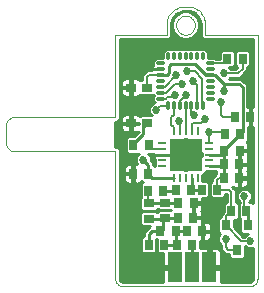
<source format=gtl>
G75*
%MOIN*%
%OFA0B0*%
%FSLAX24Y24*%
%IPPOS*%
%LPD*%
%AMOC8*
5,1,8,0,0,1.08239X$1,22.5*
%
%ADD10C,0.0000*%
%ADD11R,0.1063X0.1063*%
%ADD12R,0.0276X0.0098*%
%ADD13R,0.0098X0.0276*%
%ADD14R,0.0276X0.0354*%
%ADD15R,0.0354X0.0276*%
%ADD16R,0.0343X0.0307*%
%ADD17R,0.0500X0.1000*%
%ADD18R,0.0315X0.0354*%
%ADD19C,0.0118*%
%ADD20C,0.0100*%
%ADD21C,0.0160*%
%ADD22C,0.0270*%
%ADD23C,0.0080*%
D10*
X009958Y013875D02*
X013333Y013875D01*
X013333Y009625D01*
X013335Y009595D01*
X013340Y009565D01*
X013349Y009536D01*
X013362Y009509D01*
X013377Y009483D01*
X013396Y009459D01*
X013417Y009438D01*
X013441Y009419D01*
X013467Y009404D01*
X013494Y009391D01*
X013523Y009382D01*
X013553Y009377D01*
X013583Y009375D01*
X017831Y009375D01*
X017861Y009377D01*
X017891Y009382D01*
X017920Y009391D01*
X017948Y009403D01*
X017973Y009419D01*
X017997Y009437D01*
X018019Y009458D01*
X018038Y009482D01*
X018053Y009508D01*
X018066Y009535D01*
X018075Y009564D01*
X018081Y009594D01*
X018083Y009624D01*
X018083Y017750D01*
X016333Y017750D01*
X016333Y018124D01*
X016333Y018125D02*
X016330Y018170D01*
X016323Y018215D01*
X016313Y018259D01*
X016300Y018303D01*
X016283Y018345D01*
X016263Y018386D01*
X016239Y018425D01*
X016213Y018462D01*
X016184Y018497D01*
X016152Y018529D01*
X016118Y018559D01*
X016082Y018586D01*
X016043Y018611D01*
X016003Y018632D01*
X015961Y018650D01*
X015918Y018664D01*
X015874Y018675D01*
X015829Y018683D01*
X015784Y018687D01*
X015738Y018688D01*
X015739Y018688D02*
X015603Y018688D01*
X015602Y018687D02*
X015555Y018682D01*
X015509Y018672D01*
X015464Y018660D01*
X015420Y018643D01*
X015377Y018624D01*
X015336Y018601D01*
X015297Y018575D01*
X015260Y018546D01*
X015226Y018514D01*
X015194Y018479D01*
X015164Y018442D01*
X015138Y018403D01*
X015115Y018362D01*
X015096Y018319D01*
X015079Y018275D01*
X015067Y018230D01*
X015057Y018184D01*
X015052Y018137D01*
X015050Y018090D01*
X015052Y018043D01*
X015052Y017750D01*
X013333Y017750D01*
X013333Y015000D01*
X009958Y015000D01*
X009928Y014998D01*
X009898Y014993D01*
X009869Y014984D01*
X009842Y014971D01*
X009816Y014956D01*
X009792Y014937D01*
X009771Y014916D01*
X009752Y014892D01*
X009737Y014866D01*
X009724Y014839D01*
X009715Y014810D01*
X009710Y014780D01*
X009708Y014750D01*
X009708Y014125D01*
X009710Y014095D01*
X009715Y014065D01*
X009724Y014036D01*
X009737Y014009D01*
X009752Y013983D01*
X009771Y013959D01*
X009792Y013938D01*
X009816Y013919D01*
X009842Y013904D01*
X009869Y013891D01*
X009898Y013882D01*
X009928Y013877D01*
X009958Y013875D01*
X015370Y018064D02*
X015372Y018099D01*
X015378Y018134D01*
X015388Y018167D01*
X015401Y018200D01*
X015418Y018231D01*
X015438Y018259D01*
X015462Y018285D01*
X015488Y018309D01*
X015516Y018329D01*
X015547Y018346D01*
X015580Y018359D01*
X015613Y018369D01*
X015648Y018375D01*
X015683Y018377D01*
X015718Y018375D01*
X015753Y018369D01*
X015786Y018359D01*
X015819Y018346D01*
X015850Y018329D01*
X015878Y018309D01*
X015904Y018285D01*
X015928Y018259D01*
X015948Y018231D01*
X015965Y018200D01*
X015978Y018167D01*
X015988Y018134D01*
X015994Y018099D01*
X015996Y018064D01*
X015994Y018029D01*
X015988Y017994D01*
X015978Y017961D01*
X015965Y017928D01*
X015948Y017897D01*
X015928Y017869D01*
X015904Y017843D01*
X015878Y017819D01*
X015850Y017799D01*
X015819Y017782D01*
X015786Y017769D01*
X015753Y017759D01*
X015718Y017753D01*
X015683Y017751D01*
X015648Y017753D01*
X015613Y017759D01*
X015580Y017769D01*
X015547Y017782D01*
X015516Y017799D01*
X015488Y017819D01*
X015462Y017843D01*
X015438Y017869D01*
X015418Y017897D01*
X015401Y017928D01*
X015388Y017961D01*
X015378Y017994D01*
X015372Y018029D01*
X015370Y018064D01*
D11*
X015689Y013758D03*
D12*
X016464Y013758D03*
X016464Y013955D03*
X016464Y014152D03*
X016464Y013561D03*
X016464Y013364D03*
X014913Y013364D03*
X014913Y013561D03*
X014913Y013758D03*
X014913Y013955D03*
X014913Y014152D03*
D13*
X015295Y014533D03*
X015492Y014533D03*
X015689Y014533D03*
X015885Y014533D03*
X016082Y014533D03*
X016082Y012982D03*
X015885Y012982D03*
X015689Y012982D03*
X015492Y012982D03*
X015295Y012982D03*
D14*
X015358Y012578D03*
X014942Y012550D03*
X014430Y012550D03*
X014443Y013118D03*
X013931Y013118D03*
X013948Y014077D03*
X014460Y014077D03*
X015870Y012578D03*
X016226Y012583D03*
X015950Y012142D03*
X015933Y011653D03*
X015736Y011195D03*
X015359Y011214D03*
X015421Y011653D03*
X015438Y012142D03*
X014847Y011214D03*
X014969Y010748D03*
X015394Y010745D03*
X015905Y010745D03*
X016248Y011195D03*
X017202Y011875D03*
X017714Y011875D03*
X017469Y012976D03*
X017471Y013438D03*
X017489Y013883D03*
X016977Y013883D03*
X016959Y013438D03*
X016957Y012976D03*
X016738Y012583D03*
X017003Y014451D03*
X017515Y014451D03*
X017327Y015000D03*
X017839Y015000D03*
X017585Y016951D03*
X017074Y016951D03*
X014457Y010748D03*
D15*
X014463Y011617D03*
X014463Y012128D03*
X015006Y012157D03*
X015006Y011645D03*
D16*
X014399Y014797D03*
X013864Y014797D03*
X013864Y015990D03*
X014399Y015990D03*
D17*
X015328Y009993D03*
X015900Y009998D03*
X016468Y009993D03*
D18*
X017395Y010569D03*
X017769Y011396D03*
X017021Y011396D03*
D19*
X016272Y015307D02*
X016272Y015465D01*
X016075Y015465D02*
X016075Y015307D01*
X015879Y015307D02*
X015879Y015465D01*
X015682Y015465D02*
X015682Y015307D01*
X015485Y015307D02*
X015485Y015465D01*
X015288Y015465D02*
X015288Y015307D01*
X015091Y015307D02*
X015091Y015465D01*
X014934Y015622D02*
X014776Y015622D01*
X014776Y015819D02*
X014934Y015819D01*
X014934Y016016D02*
X014776Y016016D01*
X014776Y016213D02*
X014934Y016213D01*
X014934Y016410D02*
X014776Y016410D01*
X014776Y016607D02*
X014934Y016607D01*
X014934Y016803D02*
X014776Y016803D01*
X015091Y016961D02*
X015091Y017119D01*
X015288Y017119D02*
X015288Y016961D01*
X015485Y016961D02*
X015485Y017119D01*
X015682Y017119D02*
X015682Y016961D01*
X015879Y016961D02*
X015879Y017119D01*
X016075Y017119D02*
X016075Y016961D01*
X016272Y016961D02*
X016272Y017119D01*
X016430Y016803D02*
X016588Y016803D01*
X016588Y016607D02*
X016430Y016607D01*
X016430Y016410D02*
X016588Y016410D01*
X016588Y016213D02*
X016430Y016213D01*
X016430Y016016D02*
X016588Y016016D01*
X016588Y015819D02*
X016430Y015819D01*
X016430Y015622D02*
X016588Y015622D01*
D20*
X016958Y015875D02*
X016958Y016125D01*
X017458Y016125D01*
X017583Y016000D01*
X017583Y014500D01*
X017534Y014451D01*
X017515Y014451D01*
X016977Y013913D01*
X016977Y013883D01*
X016852Y013758D01*
X016464Y013758D01*
X016841Y013758D01*
X016958Y013875D01*
X016958Y013500D01*
X016958Y013378D01*
X016959Y013364D02*
X016959Y012978D01*
X016957Y012976D01*
X016709Y013110D02*
X016664Y013065D01*
X016576Y012977D01*
X016576Y012871D01*
X016555Y012871D01*
X016490Y012806D01*
X016490Y012361D01*
X016555Y012296D01*
X016922Y012296D01*
X016986Y012361D01*
X016986Y012433D01*
X017052Y012433D01*
X017052Y012162D01*
X017019Y012162D01*
X016955Y012098D01*
X016955Y011839D01*
X016871Y011755D01*
X016871Y011683D01*
X016818Y011683D01*
X016753Y011619D01*
X016753Y011173D01*
X016818Y011109D01*
X016843Y011109D01*
X016812Y011078D01*
X016775Y010987D01*
X016775Y010890D01*
X016812Y010800D01*
X016870Y010742D01*
X016870Y010599D01*
X016943Y010525D01*
X017031Y010438D01*
X017127Y010438D01*
X017127Y010347D01*
X017192Y010282D01*
X017598Y010282D01*
X017662Y010347D01*
X017662Y010700D01*
X017695Y010667D01*
X017785Y010630D01*
X017882Y010630D01*
X017933Y010651D01*
X017933Y009625D01*
X017930Y009599D01*
X017903Y009554D01*
X017858Y009528D01*
X017832Y009525D01*
X017832Y009525D01*
X017770Y009525D01*
X017770Y009525D01*
X016868Y009525D01*
X016868Y009943D01*
X016518Y009943D01*
X016518Y010042D01*
X016868Y010042D01*
X016868Y010512D01*
X016858Y010550D01*
X016838Y010585D01*
X016810Y010613D01*
X016776Y010632D01*
X016738Y010642D01*
X016518Y010642D01*
X016518Y010043D01*
X016418Y010043D01*
X016418Y010642D01*
X016199Y010642D01*
X016160Y010632D01*
X016153Y010628D01*
X016153Y010868D01*
X016229Y010868D01*
X016229Y011176D01*
X016267Y011176D01*
X016267Y010868D01*
X016405Y010868D01*
X016444Y010878D01*
X016478Y010898D01*
X016506Y010926D01*
X016525Y010960D01*
X016536Y010998D01*
X016536Y011176D01*
X016267Y011176D01*
X016267Y011214D01*
X016536Y011214D01*
X016536Y011392D01*
X016525Y011430D01*
X016506Y011465D01*
X016478Y011493D01*
X016444Y011512D01*
X016405Y011522D01*
X016267Y011522D01*
X016267Y011214D01*
X016229Y011214D01*
X016229Y011522D01*
X016221Y011522D01*
X016221Y011634D01*
X015952Y011634D01*
X015952Y011672D01*
X015914Y011672D01*
X015914Y011815D01*
X015931Y011815D01*
X015931Y012123D01*
X015969Y012123D01*
X015969Y011980D01*
X015952Y011980D01*
X015952Y011672D01*
X016221Y011672D01*
X016221Y011850D01*
X016212Y011881D01*
X016228Y011907D01*
X016238Y011945D01*
X016238Y012124D01*
X015969Y012124D01*
X015969Y012161D01*
X016238Y012161D01*
X016238Y012296D01*
X016410Y012296D01*
X016474Y012361D01*
X016474Y012806D01*
X016410Y012871D01*
X016242Y012871D01*
X016242Y013077D01*
X016278Y013087D01*
X016312Y013106D01*
X016340Y013134D01*
X016360Y013168D01*
X016370Y013205D01*
X016397Y013205D01*
X016398Y013204D01*
X016715Y013204D01*
X016709Y013199D01*
X016709Y013110D01*
X016709Y013115D02*
X016320Y013115D01*
X016242Y013016D02*
X016615Y013016D01*
X016576Y012918D02*
X016242Y012918D01*
X016461Y012819D02*
X016503Y012819D01*
X016490Y012721D02*
X016474Y012721D01*
X016474Y012622D02*
X016490Y012622D01*
X016490Y012524D02*
X016474Y012524D01*
X016474Y012425D02*
X016490Y012425D01*
X016524Y012327D02*
X016440Y012327D01*
X016238Y012228D02*
X017052Y012228D01*
X017052Y012327D02*
X016952Y012327D01*
X016986Y012425D02*
X017052Y012425D01*
X016986Y012130D02*
X015969Y012130D01*
X015969Y012031D02*
X015931Y012031D01*
X015931Y011933D02*
X015952Y011933D01*
X015952Y011834D02*
X015931Y011834D01*
X015914Y011736D02*
X015952Y011736D01*
X015952Y011637D02*
X016771Y011637D01*
X016753Y011539D02*
X016221Y011539D01*
X016229Y011440D02*
X016267Y011440D01*
X016267Y011342D02*
X016229Y011342D01*
X016229Y011243D02*
X016267Y011243D01*
X016267Y011145D02*
X016229Y011145D01*
X016229Y011046D02*
X016267Y011046D01*
X016267Y010948D02*
X016229Y010948D01*
X016153Y010849D02*
X016792Y010849D01*
X016775Y010948D02*
X016518Y010948D01*
X016536Y011046D02*
X016799Y011046D01*
X016782Y011145D02*
X016536Y011145D01*
X016536Y011243D02*
X016753Y011243D01*
X016753Y011342D02*
X016536Y011342D01*
X016520Y011440D02*
X016753Y011440D01*
X016871Y011736D02*
X016221Y011736D01*
X016221Y011834D02*
X016949Y011834D01*
X016955Y011933D02*
X016234Y011933D01*
X016238Y012031D02*
X016955Y012031D01*
X017352Y012162D02*
X017352Y012568D01*
X017275Y012645D01*
X017246Y012674D01*
X017273Y012659D01*
X017311Y012649D01*
X017450Y012649D01*
X017450Y012957D01*
X017488Y012957D01*
X017488Y012995D01*
X017756Y012995D01*
X017756Y013173D01*
X017748Y013203D01*
X017749Y013203D01*
X017759Y013241D01*
X017759Y013419D01*
X017490Y013419D01*
X017490Y013303D01*
X017488Y013303D01*
X017488Y012995D01*
X017450Y012995D01*
X017450Y013111D01*
X017452Y013111D01*
X017452Y013419D01*
X017490Y013419D01*
X017490Y013457D01*
X017759Y013457D01*
X017759Y013635D01*
X017766Y013647D01*
X017776Y013686D01*
X017776Y013864D01*
X017508Y013864D01*
X017508Y013901D01*
X017776Y013901D01*
X017776Y014079D01*
X017766Y014118D01*
X017746Y014152D01*
X017719Y014180D01*
X017716Y014181D01*
X017763Y014228D01*
X017763Y014673D01*
X017820Y014673D01*
X017820Y014981D01*
X017858Y014981D01*
X017858Y014673D01*
X017933Y014673D01*
X017933Y012126D01*
X017898Y012162D01*
X017796Y012162D01*
X017796Y012179D01*
X017854Y012236D01*
X017891Y012326D01*
X017891Y012424D01*
X017854Y012514D01*
X017785Y012583D01*
X017695Y012620D01*
X017597Y012620D01*
X017507Y012583D01*
X017438Y012514D01*
X017401Y012424D01*
X017401Y012326D01*
X017438Y012236D01*
X017496Y012179D01*
X017496Y012127D01*
X017466Y012098D01*
X017466Y011652D01*
X017501Y011618D01*
X017501Y011173D01*
X017566Y011109D01*
X017758Y011109D01*
X017695Y011083D01*
X017637Y011025D01*
X017604Y011025D01*
X017288Y011341D01*
X017288Y011588D01*
X017386Y011588D01*
X017450Y011652D01*
X017450Y012098D01*
X017386Y012162D01*
X017352Y012162D01*
X017352Y012228D02*
X017446Y012228D01*
X017418Y012130D02*
X017496Y012130D01*
X017466Y012031D02*
X017450Y012031D01*
X017450Y011933D02*
X017466Y011933D01*
X017466Y011834D02*
X017450Y011834D01*
X017450Y011736D02*
X017466Y011736D01*
X017482Y011637D02*
X017435Y011637D01*
X017501Y011539D02*
X017288Y011539D01*
X017288Y011440D02*
X017501Y011440D01*
X017501Y011342D02*
X017288Y011342D01*
X017386Y011243D02*
X017501Y011243D01*
X017484Y011145D02*
X017530Y011145D01*
X017583Y011046D02*
X017658Y011046D01*
X017769Y011396D02*
X017769Y011821D01*
X017714Y011875D01*
X017708Y011881D01*
X017930Y012130D02*
X017933Y012130D01*
X017933Y012228D02*
X017845Y012228D01*
X017891Y012327D02*
X017933Y012327D01*
X017933Y012425D02*
X017890Y012425D01*
X017933Y012524D02*
X017844Y012524D01*
X017933Y012622D02*
X017298Y012622D01*
X017352Y012524D02*
X017448Y012524D01*
X017401Y012425D02*
X017352Y012425D01*
X017352Y012327D02*
X017401Y012327D01*
X017488Y012649D02*
X017626Y012649D01*
X017664Y012659D01*
X017699Y012679D01*
X017726Y012707D01*
X017746Y012741D01*
X017756Y012779D01*
X017756Y012957D01*
X017488Y012957D01*
X017488Y012649D01*
X017488Y012721D02*
X017450Y012721D01*
X017450Y012819D02*
X017488Y012819D01*
X017488Y012918D02*
X017450Y012918D01*
X017450Y013016D02*
X017488Y013016D01*
X017488Y013115D02*
X017452Y013115D01*
X017452Y013213D02*
X017488Y013213D01*
X017490Y013312D02*
X017452Y013312D01*
X017452Y013410D02*
X017490Y013410D01*
X017490Y013457D02*
X017452Y013457D01*
X017452Y013555D01*
X017470Y013555D01*
X017470Y013864D01*
X017508Y013864D01*
X017508Y013765D01*
X017490Y013765D01*
X017490Y013457D01*
X017490Y013509D02*
X017452Y013509D01*
X017470Y013607D02*
X017490Y013607D01*
X017490Y013706D02*
X017470Y013706D01*
X017470Y013804D02*
X017508Y013804D01*
X017776Y013804D02*
X017933Y013804D01*
X017933Y013706D02*
X017776Y013706D01*
X017759Y013607D02*
X017933Y013607D01*
X017933Y013509D02*
X017759Y013509D01*
X017759Y013410D02*
X017933Y013410D01*
X017933Y013312D02*
X017759Y013312D01*
X017751Y013213D02*
X017933Y013213D01*
X017933Y013115D02*
X017756Y013115D01*
X017756Y013016D02*
X017933Y013016D01*
X017933Y012918D02*
X017756Y012918D01*
X017756Y012819D02*
X017933Y012819D01*
X017933Y012721D02*
X017734Y012721D01*
X016959Y013364D02*
X016959Y013438D01*
X016959Y013364D02*
X016464Y013364D01*
X016216Y013708D02*
X016216Y013808D01*
X015739Y013808D01*
X015739Y013708D01*
X016216Y013708D01*
X016216Y013804D02*
X015739Y013804D01*
X015739Y013808D02*
X015739Y014286D01*
X015639Y014286D01*
X015639Y013808D01*
X015739Y013808D01*
X015739Y013903D02*
X015639Y013903D01*
X015639Y013808D02*
X015639Y013708D01*
X015639Y013230D01*
X015739Y013230D01*
X015739Y013708D01*
X015639Y013708D01*
X015201Y013708D01*
X015201Y013758D01*
X014913Y013758D01*
X014913Y013758D01*
X014625Y013758D01*
X014625Y013790D01*
X014421Y013790D01*
X014484Y013728D01*
X014521Y013637D01*
X014521Y013570D01*
X014603Y013488D01*
X014603Y013405D01*
X014626Y013405D01*
X014665Y013366D01*
X014665Y013459D01*
X014669Y013463D01*
X014665Y013466D01*
X014665Y013607D01*
X014521Y013607D01*
X014493Y013706D02*
X014625Y013706D01*
X014625Y013689D02*
X014635Y013651D01*
X014655Y013617D01*
X014665Y013607D01*
X014625Y013689D02*
X014625Y013758D01*
X014913Y013758D01*
X014913Y013758D01*
X015201Y013758D01*
X015201Y013808D01*
X015639Y013808D01*
X015639Y013804D02*
X015201Y013804D01*
X015639Y013706D02*
X015739Y013706D01*
X015739Y013607D02*
X015639Y013607D01*
X015639Y013509D02*
X015739Y013509D01*
X015739Y013410D02*
X015639Y013410D01*
X015639Y013312D02*
X015739Y013312D01*
X015885Y012982D02*
X015885Y012594D01*
X015870Y012578D01*
X015874Y012583D01*
X016226Y012583D01*
X015438Y012142D02*
X015424Y012157D01*
X015006Y012157D01*
X014492Y012157D01*
X014463Y012128D01*
X014422Y012170D01*
X014176Y012130D02*
X013483Y012130D01*
X013483Y012228D02*
X014176Y012228D01*
X014176Y012312D02*
X014176Y011945D01*
X014241Y011881D01*
X014686Y011881D01*
X014749Y011944D01*
X014784Y011909D01*
X015201Y011909D01*
X015204Y011906D01*
X015191Y011893D01*
X014784Y011893D01*
X014720Y011830D01*
X014686Y011864D01*
X014241Y011864D01*
X014176Y011800D01*
X014176Y011433D01*
X014241Y011369D01*
X014483Y011369D01*
X014397Y011282D01*
X014303Y011189D01*
X014303Y011035D01*
X014274Y011035D01*
X014210Y010970D01*
X014210Y010525D01*
X014274Y010460D01*
X014641Y010460D01*
X014705Y010525D01*
X014705Y010927D01*
X014721Y010927D01*
X014721Y010525D01*
X014786Y010460D01*
X014928Y010460D01*
X014928Y010042D01*
X015278Y010042D01*
X015278Y009943D01*
X014928Y009943D01*
X014928Y009525D01*
X013583Y009525D01*
X013557Y009528D01*
X013513Y009554D01*
X013487Y009599D01*
X013483Y009625D01*
X013483Y013937D01*
X013395Y014025D01*
X013333Y014025D01*
X013333Y014850D01*
X013395Y014850D01*
X013483Y014938D01*
X013483Y017600D01*
X015114Y017600D01*
X015202Y017688D01*
X015202Y017988D01*
X015206Y017993D01*
X015202Y018049D01*
X015202Y018078D01*
X015203Y018143D01*
X015258Y018310D01*
X015371Y018443D01*
X015528Y018522D01*
X015612Y018538D01*
X015679Y018538D01*
X015681Y018536D01*
X015741Y018538D01*
X015744Y018538D01*
X015827Y018532D01*
X015983Y018472D01*
X015983Y018472D01*
X016105Y018357D01*
X016173Y018204D01*
X016183Y018121D01*
X016183Y017688D01*
X016271Y017600D01*
X017933Y017600D01*
X017933Y015327D01*
X017858Y015327D01*
X017858Y015019D01*
X017820Y015019D01*
X017820Y015327D01*
X017743Y015327D01*
X017743Y016066D01*
X017650Y016160D01*
X017650Y016160D01*
X017618Y016191D01*
X017618Y016191D01*
X017525Y016285D01*
X017135Y016285D01*
X017167Y016318D01*
X017488Y016318D01*
X017645Y016475D01*
X017733Y016563D01*
X017733Y016664D01*
X017769Y016664D01*
X017833Y016729D01*
X017833Y017174D01*
X017769Y017238D01*
X017402Y017238D01*
X017338Y017174D01*
X017338Y016729D01*
X017402Y016664D01*
X017410Y016664D01*
X017364Y016617D01*
X017167Y016617D01*
X017121Y016664D01*
X017257Y016664D01*
X017321Y016729D01*
X017321Y017174D01*
X017257Y017238D01*
X016890Y017238D01*
X016826Y017174D01*
X016826Y016953D01*
X016676Y016953D01*
X016657Y016972D01*
X016441Y016972D01*
X016441Y017188D01*
X016342Y017287D01*
X016202Y017287D01*
X016174Y017259D01*
X016145Y017287D01*
X016005Y017287D01*
X015977Y017259D01*
X015949Y017287D01*
X015809Y017287D01*
X015780Y017259D01*
X015752Y017287D01*
X015612Y017287D01*
X015583Y017259D01*
X015555Y017287D01*
X015415Y017287D01*
X015386Y017259D01*
X015358Y017287D01*
X015218Y017287D01*
X015190Y017259D01*
X015161Y017287D01*
X015021Y017287D01*
X014922Y017188D01*
X014922Y016972D01*
X014706Y016972D01*
X014607Y016873D01*
X014607Y016733D01*
X014608Y016733D01*
X014581Y016687D01*
X014567Y016634D01*
X014567Y016607D01*
X014855Y016607D01*
X014855Y016607D01*
X014567Y016607D01*
X014567Y016579D01*
X014572Y016560D01*
X014401Y016560D01*
X014336Y016495D01*
X014248Y016407D01*
X014248Y016254D01*
X014182Y016254D01*
X014159Y016230D01*
X014155Y016236D01*
X014127Y016264D01*
X014093Y016283D01*
X014055Y016294D01*
X013891Y016294D01*
X013891Y016017D01*
X013837Y016017D01*
X013837Y015963D01*
X013891Y015963D01*
X013891Y015687D01*
X014055Y015687D01*
X014093Y015697D01*
X014127Y015717D01*
X014155Y015745D01*
X014159Y015750D01*
X014182Y015727D01*
X014616Y015727D01*
X014623Y015733D01*
X014636Y015721D01*
X014607Y015692D01*
X014607Y015552D01*
X014664Y015495D01*
X014660Y015495D01*
X014570Y015458D01*
X014501Y015389D01*
X014463Y015299D01*
X014463Y015201D01*
X014501Y015111D01*
X014551Y015061D01*
X014182Y015061D01*
X014159Y015037D01*
X014155Y015043D01*
X014127Y015071D01*
X014093Y015091D01*
X014055Y015101D01*
X013891Y015101D01*
X013891Y014824D01*
X014118Y014824D01*
X014118Y014770D01*
X013891Y014770D01*
X013891Y014824D01*
X013837Y014824D01*
X013837Y014770D01*
X013891Y014770D01*
X013891Y014494D01*
X014055Y014494D01*
X014093Y014504D01*
X014116Y014517D01*
X014116Y014513D01*
X013968Y014364D01*
X013765Y014364D01*
X013700Y014300D01*
X013700Y013854D01*
X013765Y013790D01*
X014131Y013790D01*
X014068Y013728D01*
X014031Y013637D01*
X014031Y013540D01*
X014068Y013450D01*
X014073Y013445D01*
X013950Y013445D01*
X013950Y013137D01*
X013912Y013137D01*
X013912Y013445D01*
X013773Y013445D01*
X013735Y013435D01*
X013701Y013415D01*
X013673Y013387D01*
X013653Y013353D01*
X013643Y013315D01*
X013643Y013137D01*
X013912Y013137D01*
X013912Y013099D01*
X013643Y013099D01*
X013643Y012921D01*
X013653Y012883D01*
X013673Y012848D01*
X013701Y012820D01*
X013735Y012801D01*
X013773Y012790D01*
X013912Y012790D01*
X013912Y013099D01*
X013950Y013099D01*
X013950Y012790D01*
X014088Y012790D01*
X014126Y012801D01*
X014161Y012820D01*
X014189Y012848D01*
X014208Y012882D01*
X014253Y012837D01*
X014246Y012837D01*
X014182Y012772D01*
X014182Y012327D01*
X014187Y012322D01*
X014176Y012312D01*
X014182Y012327D02*
X013483Y012327D01*
X013483Y012425D02*
X014182Y012425D01*
X014182Y012524D02*
X013483Y012524D01*
X013483Y012622D02*
X014182Y012622D01*
X014182Y012721D02*
X013483Y012721D01*
X013483Y012819D02*
X013703Y012819D01*
X013644Y012918D02*
X013483Y012918D01*
X013483Y013016D02*
X013643Y013016D01*
X013483Y013115D02*
X013912Y013115D01*
X013912Y013213D02*
X013950Y013213D01*
X013950Y013312D02*
X013912Y013312D01*
X013912Y013410D02*
X013950Y013410D01*
X014044Y013509D02*
X013483Y013509D01*
X013483Y013607D02*
X014031Y013607D01*
X014059Y013706D02*
X013483Y013706D01*
X013483Y013804D02*
X013751Y013804D01*
X013700Y013903D02*
X013483Y013903D01*
X013419Y014001D02*
X013700Y014001D01*
X013700Y014100D02*
X013333Y014100D01*
X013333Y014198D02*
X013700Y014198D01*
X013700Y014297D02*
X013333Y014297D01*
X013333Y014395D02*
X013998Y014395D01*
X014097Y014494D02*
X013333Y014494D01*
X013333Y014592D02*
X013551Y014592D01*
X013553Y014586D02*
X013573Y014552D01*
X013600Y014524D01*
X013635Y014504D01*
X013673Y014494D01*
X013837Y014494D01*
X013837Y014770D01*
X013543Y014770D01*
X013543Y014624D01*
X013553Y014586D01*
X013543Y014691D02*
X013333Y014691D01*
X013333Y014789D02*
X013837Y014789D01*
X013837Y014824D02*
X013543Y014824D01*
X013543Y014971D01*
X013553Y015009D01*
X013573Y015043D01*
X013600Y015071D01*
X013635Y015091D01*
X013673Y015101D01*
X013837Y015101D01*
X013837Y014824D01*
X013837Y014888D02*
X013891Y014888D01*
X013891Y014986D02*
X013837Y014986D01*
X013837Y015085D02*
X013891Y015085D01*
X014103Y015085D02*
X014527Y015085D01*
X014471Y015183D02*
X013483Y015183D01*
X013483Y015085D02*
X013624Y015085D01*
X013547Y014986D02*
X013483Y014986D01*
X013433Y014888D02*
X013543Y014888D01*
X013837Y014691D02*
X013891Y014691D01*
X013891Y014789D02*
X014118Y014789D01*
X014276Y014674D02*
X014276Y014446D01*
X013948Y014118D01*
X013948Y014077D01*
X013891Y014592D02*
X013837Y014592D01*
X014276Y014674D02*
X014399Y014797D01*
X014463Y015282D02*
X013483Y015282D01*
X013483Y015380D02*
X014497Y015380D01*
X014620Y015479D02*
X013483Y015479D01*
X013483Y015577D02*
X014607Y015577D01*
X014607Y015676D02*
X013483Y015676D01*
X013483Y015774D02*
X013556Y015774D01*
X013553Y015779D02*
X013573Y015745D01*
X013600Y015717D01*
X013635Y015697D01*
X013673Y015687D01*
X013837Y015687D01*
X013837Y015963D01*
X013543Y015963D01*
X013543Y015817D01*
X013553Y015779D01*
X013543Y015873D02*
X013483Y015873D01*
X013483Y015971D02*
X013837Y015971D01*
X013837Y016017D02*
X013543Y016017D01*
X013543Y016163D01*
X013553Y016202D01*
X013573Y016236D01*
X013600Y016264D01*
X013635Y016283D01*
X013673Y016294D01*
X013837Y016294D01*
X013837Y016017D01*
X013837Y016070D02*
X013891Y016070D01*
X013891Y016168D02*
X013837Y016168D01*
X013837Y016267D02*
X013891Y016267D01*
X014122Y016267D02*
X014248Y016267D01*
X014248Y016365D02*
X013483Y016365D01*
X013483Y016267D02*
X013605Y016267D01*
X013544Y016168D02*
X013483Y016168D01*
X013483Y016070D02*
X013543Y016070D01*
X013837Y015873D02*
X013891Y015873D01*
X013891Y015774D02*
X013837Y015774D01*
X013483Y016464D02*
X014305Y016464D01*
X014572Y016562D02*
X013483Y016562D01*
X013483Y016661D02*
X014574Y016661D01*
X014607Y016759D02*
X013483Y016759D01*
X013483Y016858D02*
X014607Y016858D01*
X014690Y016956D02*
X013483Y016956D01*
X013483Y017055D02*
X014922Y017055D01*
X014922Y017153D02*
X013483Y017153D01*
X013483Y017252D02*
X014985Y017252D01*
X015160Y017646D02*
X015484Y017646D01*
X015421Y017672D02*
X015591Y017601D01*
X015775Y017601D01*
X015945Y017672D01*
X016075Y017802D01*
X016146Y017972D01*
X016146Y018156D01*
X016075Y018326D01*
X015945Y018456D01*
X015775Y018526D01*
X015591Y018526D01*
X015421Y018456D01*
X015291Y018326D01*
X015221Y018156D01*
X015221Y017972D01*
X015291Y017802D01*
X015421Y017672D01*
X015349Y017744D02*
X015202Y017744D01*
X015202Y017843D02*
X015274Y017843D01*
X015234Y017941D02*
X015202Y017941D01*
X015203Y018040D02*
X015221Y018040D01*
X015221Y018138D02*
X015203Y018138D01*
X015234Y018237D02*
X015254Y018237D01*
X015279Y018335D02*
X015301Y018335D01*
X015363Y018434D02*
X015399Y018434D01*
X015581Y018532D02*
X015820Y018532D01*
X015968Y018434D02*
X016023Y018434D01*
X016066Y018335D02*
X016114Y018335D01*
X016112Y018237D02*
X016158Y018237D01*
X016146Y018138D02*
X016181Y018138D01*
X016183Y018040D02*
X016146Y018040D01*
X016133Y017941D02*
X016183Y017941D01*
X016183Y017843D02*
X016092Y017843D01*
X016018Y017744D02*
X016183Y017744D01*
X016226Y017646D02*
X015882Y017646D01*
X016378Y017252D02*
X017933Y017252D01*
X017933Y017350D02*
X013483Y017350D01*
X013483Y017449D02*
X017933Y017449D01*
X017933Y017547D02*
X013483Y017547D01*
X014855Y016410D02*
X014858Y016406D01*
X015072Y016406D01*
X015133Y016468D01*
X015133Y016713D01*
X015195Y016774D01*
X015991Y016774D01*
X016355Y016410D01*
X016509Y016410D01*
X016674Y016410D01*
X016958Y016125D01*
X017124Y016661D02*
X017407Y016661D01*
X017338Y016759D02*
X017321Y016759D01*
X017321Y016858D02*
X017338Y016858D01*
X017338Y016956D02*
X017321Y016956D01*
X017321Y017055D02*
X017338Y017055D01*
X017338Y017153D02*
X017321Y017153D01*
X017833Y017153D02*
X017933Y017153D01*
X017933Y017055D02*
X017833Y017055D01*
X017833Y016956D02*
X017933Y016956D01*
X017933Y016858D02*
X017833Y016858D01*
X017833Y016759D02*
X017933Y016759D01*
X017933Y016661D02*
X017733Y016661D01*
X017732Y016562D02*
X017933Y016562D01*
X017933Y016464D02*
X017634Y016464D01*
X017535Y016365D02*
X017933Y016365D01*
X017933Y016267D02*
X017543Y016267D01*
X017642Y016168D02*
X017933Y016168D01*
X017933Y016070D02*
X017740Y016070D01*
X017743Y015971D02*
X017933Y015971D01*
X017933Y015873D02*
X017743Y015873D01*
X017743Y015774D02*
X017933Y015774D01*
X017933Y015676D02*
X017743Y015676D01*
X017743Y015577D02*
X017933Y015577D01*
X017933Y015479D02*
X017743Y015479D01*
X017743Y015380D02*
X017933Y015380D01*
X017858Y015282D02*
X017820Y015282D01*
X017820Y015183D02*
X017858Y015183D01*
X017858Y015085D02*
X017820Y015085D01*
X017820Y014888D02*
X017858Y014888D01*
X017858Y014789D02*
X017820Y014789D01*
X017820Y014691D02*
X017858Y014691D01*
X017933Y014592D02*
X017763Y014592D01*
X017763Y014494D02*
X017933Y014494D01*
X017933Y014395D02*
X017763Y014395D01*
X017763Y014297D02*
X017933Y014297D01*
X017933Y014198D02*
X017733Y014198D01*
X017771Y014100D02*
X017933Y014100D01*
X017933Y014001D02*
X017776Y014001D01*
X017776Y013903D02*
X017933Y013903D01*
X015739Y014001D02*
X015639Y014001D01*
X015639Y014100D02*
X015739Y014100D01*
X015739Y014198D02*
X015639Y014198D01*
X014665Y013509D02*
X014582Y013509D01*
X014603Y013410D02*
X014665Y013410D01*
X014443Y013422D02*
X014443Y013118D01*
X014578Y012982D01*
X015295Y012982D01*
X015358Y012578D02*
X015329Y012550D01*
X014942Y012550D01*
X014761Y011933D02*
X014738Y011933D01*
X014725Y011834D02*
X014716Y011834D01*
X014463Y011617D02*
X014978Y011617D01*
X015006Y011645D01*
X014938Y011577D01*
X014938Y011250D01*
X014877Y011250D01*
X014847Y011220D01*
X014847Y011214D01*
X014555Y011214D01*
X014463Y011123D01*
X014463Y010753D01*
X014457Y010748D01*
X014210Y010751D02*
X013483Y010751D01*
X013483Y010849D02*
X014210Y010849D01*
X014210Y010948D02*
X013483Y010948D01*
X013483Y011046D02*
X014303Y011046D01*
X014303Y011145D02*
X013483Y011145D01*
X013483Y011243D02*
X014358Y011243D01*
X014456Y011342D02*
X013483Y011342D01*
X013483Y011440D02*
X014176Y011440D01*
X014176Y011539D02*
X013483Y011539D01*
X013483Y011637D02*
X014176Y011637D01*
X014176Y011736D02*
X013483Y011736D01*
X013483Y011834D02*
X014210Y011834D01*
X014189Y011933D02*
X013483Y011933D01*
X013483Y012031D02*
X014176Y012031D01*
X014158Y012819D02*
X014228Y012819D01*
X013950Y012819D02*
X013912Y012819D01*
X013912Y012918D02*
X013950Y012918D01*
X013950Y013016D02*
X013912Y013016D01*
X013643Y013213D02*
X013483Y013213D01*
X013483Y013312D02*
X013643Y013312D01*
X013696Y013410D02*
X013483Y013410D01*
X014276Y013589D02*
X014443Y013422D01*
X015014Y011653D02*
X015006Y011645D01*
X015014Y011653D02*
X015421Y011653D01*
X015359Y011214D02*
X015359Y010780D01*
X015394Y010745D01*
X015391Y010748D01*
X014969Y010748D01*
X014721Y010751D02*
X014705Y010751D01*
X014705Y010849D02*
X014721Y010849D01*
X014705Y010652D02*
X014721Y010652D01*
X014721Y010554D02*
X014705Y010554D01*
X014928Y010455D02*
X013483Y010455D01*
X013483Y010357D02*
X014928Y010357D01*
X014928Y010258D02*
X013483Y010258D01*
X013483Y010160D02*
X014928Y010160D01*
X014928Y010061D02*
X013483Y010061D01*
X013483Y009963D02*
X015278Y009963D01*
X014928Y009864D02*
X013483Y009864D01*
X013483Y009766D02*
X014928Y009766D01*
X014928Y009667D02*
X013483Y009667D01*
X013504Y009569D02*
X014928Y009569D01*
X014210Y010554D02*
X013483Y010554D01*
X013483Y010652D02*
X014210Y010652D01*
X015359Y011214D02*
X015717Y011214D01*
X015736Y011195D01*
X015905Y010745D02*
X015900Y010739D01*
X015900Y009998D01*
X016418Y010061D02*
X016518Y010061D01*
X016518Y009963D02*
X017933Y009963D01*
X017933Y010061D02*
X016868Y010061D01*
X016868Y010160D02*
X017933Y010160D01*
X017933Y010258D02*
X016868Y010258D01*
X016868Y010357D02*
X017127Y010357D01*
X017014Y010455D02*
X016868Y010455D01*
X016856Y010554D02*
X016915Y010554D01*
X016870Y010652D02*
X016153Y010652D01*
X016153Y010751D02*
X016861Y010751D01*
X016518Y010554D02*
X016418Y010554D01*
X016418Y010455D02*
X016518Y010455D01*
X016518Y010357D02*
X016418Y010357D01*
X016418Y010258D02*
X016518Y010258D01*
X016518Y010160D02*
X016418Y010160D01*
X016868Y009864D02*
X017933Y009864D01*
X017933Y009766D02*
X016868Y009766D01*
X016868Y009667D02*
X017933Y009667D01*
X017912Y009569D02*
X016868Y009569D01*
X017662Y010357D02*
X017933Y010357D01*
X017933Y010455D02*
X017662Y010455D01*
X017662Y010554D02*
X017933Y010554D01*
X017731Y010652D02*
X017662Y010652D01*
X016826Y016956D02*
X016674Y016956D01*
X016826Y017055D02*
X016441Y017055D01*
X016441Y017153D02*
X016826Y017153D01*
D21*
X015492Y013955D02*
X015689Y013758D01*
D22*
X015708Y013750D03*
X016458Y014500D03*
X016333Y014939D03*
X015958Y015061D03*
X015458Y014875D03*
X014708Y015250D03*
X015317Y015733D03*
X015685Y015733D03*
X015562Y016100D03*
X015378Y016411D03*
X015743Y016529D03*
X015930Y016223D03*
X016865Y015500D03*
X016958Y015875D03*
X016971Y016468D03*
X016583Y017375D03*
X014276Y013589D03*
X013661Y013615D03*
X014020Y012713D03*
X014020Y012401D03*
X014020Y012088D03*
X014020Y011526D03*
X014086Y010983D03*
X014088Y010649D03*
X014463Y010365D03*
X014526Y009999D03*
X014771Y009631D03*
X016342Y010773D03*
X016678Y011019D03*
X017020Y010939D03*
X016617Y011386D03*
X016411Y011689D03*
X016403Y012123D03*
X016463Y012986D03*
X017646Y012375D03*
X017833Y010875D03*
D23*
X017542Y010875D01*
X017021Y011396D01*
X017021Y011693D01*
X017202Y011875D01*
X017202Y012506D01*
X017125Y012583D01*
X016738Y012583D01*
X016726Y012596D01*
X016726Y012915D01*
X016789Y012978D01*
X016959Y012978D01*
X016959Y013438D02*
X016959Y013499D01*
X016958Y013500D01*
X016464Y014152D02*
X016464Y014494D01*
X016960Y014494D01*
X017003Y014451D01*
X016464Y014494D02*
X016458Y014500D01*
X016208Y014814D02*
X016333Y014939D01*
X016208Y014814D02*
X015930Y014814D01*
X015885Y014770D01*
X015885Y014533D01*
X015689Y014533D02*
X015685Y014538D01*
X015685Y014753D01*
X015708Y014776D01*
X015708Y015000D01*
X015689Y015020D01*
X015689Y015379D01*
X015682Y015386D01*
X015879Y015386D02*
X015879Y015141D01*
X015958Y015061D01*
X016075Y015386D02*
X016075Y016077D01*
X015930Y016223D01*
X016236Y016284D02*
X015991Y016529D01*
X015743Y016529D01*
X015378Y016411D02*
X014983Y016016D01*
X014855Y016016D01*
X014855Y015819D02*
X015036Y015819D01*
X015317Y016100D01*
X015562Y016100D01*
X015685Y015733D02*
X015485Y015533D01*
X015485Y015386D01*
X015295Y015379D02*
X015288Y015386D01*
X015295Y015379D02*
X015295Y015087D01*
X015208Y015000D01*
X015208Y014750D01*
X015295Y014663D01*
X015295Y014533D01*
X015492Y014533D02*
X015492Y014842D01*
X015458Y014875D01*
X015091Y015386D02*
X014844Y015386D01*
X014708Y015250D01*
X014855Y015622D02*
X015023Y015622D01*
X015072Y015671D01*
X015256Y015671D01*
X015317Y015733D01*
X014855Y016410D02*
X014463Y016410D01*
X014398Y016345D01*
X014399Y016344D01*
X014399Y015990D01*
X014398Y015991D01*
X014398Y016345D01*
X016236Y016284D02*
X016236Y015549D01*
X016272Y015512D01*
X016272Y015386D01*
X016865Y015500D02*
X016865Y015063D01*
X016927Y015000D01*
X017327Y015000D01*
X017426Y016468D02*
X016971Y016468D01*
X016926Y016803D02*
X016509Y016803D01*
X016926Y016803D02*
X017074Y016951D01*
X017426Y016468D02*
X017583Y016625D01*
X017583Y016949D01*
X017585Y016951D01*
X014913Y013955D02*
X014580Y013955D01*
X014580Y013957D01*
X014460Y014077D01*
X015333Y012625D02*
X015333Y012500D01*
X015358Y012524D01*
X015358Y012578D01*
X015332Y012527D02*
X015332Y012501D01*
X015333Y012500D01*
X014430Y012550D02*
X014430Y012162D01*
X014463Y012128D01*
X016468Y009993D02*
X017201Y009993D01*
X017208Y010000D01*
X017333Y010569D02*
X017395Y010569D01*
X017333Y010569D02*
X017315Y010588D01*
X017093Y010588D01*
X017020Y010661D01*
X017020Y010939D01*
X017646Y011881D02*
X017646Y012375D01*
X017646Y011881D02*
X017708Y011881D01*
M02*

</source>
